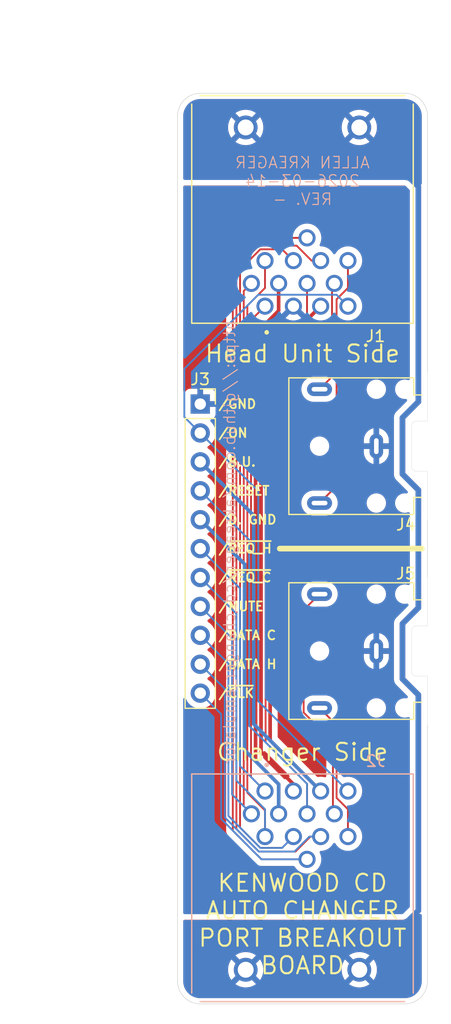
<source format=kicad_pcb>
(kicad_pcb (version 20241229) (generator "pcbnew") (generator_version "9.0")
  (title_block (title "KENWOOD CD AUTOCHANGER BREAKOUT BOARD") (date "2026-03-14") (rev "-"))
  (layers (0 "F.Cu" signal) (2 "B.Cu" signal) (13 "F.Paste" user) (15 "B.Paste" user) (5 "F.SilkS" user "F.Silkscreen") (7 "B.SilkS" user "B.Silkscreen") (1 "F.Mask" user) (3 "B.Mask" user) (25 "Edge.Cuts" user))
  (net 0 "")
  (net 1 "/MUTE")
  (net 2 "/~{REQ_H}")
  (net 3 "/~{CLK}")
  (net 4 "/DATA C")
  (net 5 "/ON")
  (net 6 "/RESET")
  (net 7 "/~{REQ_C}")
  (net 8 "/DATA H")
  (net 9 "/D. GND")
  (net 10 "/B.U.")
  (net 11 "/GND")
  (net 12 "GND1")
  (net 13 "/L_ch_H")
  (net 14 "/R_ch_H")
  (net 15 "/R_ch_C")
  (net 16 "/L_ch_C")
  (footprint "Library:Jack_3.5mm_CUI_SJ1-3523N_Horizontal" (layer "F.Cu") (at 108.5 95 90)
    (property "Reference" "J4" (at -6.9 2.6 180) (layer "F.SilkS"))
    (property "Value" "AudioJack3")
    (fp_line (start 6 -7.7) (end 6 3.3) (stroke (width 0.12)) (layer "F.SilkS"))
    (fp_line (start -6 -7.7) (end 6 -7.7) (stroke (width 0.12)) (layer "F.SilkS"))
    (fp_line (start 6 3.3) (end 4.5 3.3) (stroke (width 0.12)) (layer "F.SilkS"))
    (fp_line (start 4.5 3.3) (end 4.5 4) (stroke (width 0.12)) (layer "F.SilkS"))
    (fp_line (start -4.5 3.3) (end -6 3.3) (stroke (width 0.12)) (layer "F.SilkS"))
    (fp_line (start -6 3.3) (end -6 -7.7) (stroke (width 0.12)) (layer "F.SilkS"))
    (fp_line (start -4.5 4) (end -4.5 3.3) (stroke (width 0.12)) (layer "F.SilkS"))
    (fp_line (start 1.8 3.1) (end -1.8 3.1) (stroke (width 0.0254)) (layer "Edge.Cuts"))
    (fp_line (start 2.2 3.5) (end 2.2 4.5) (stroke (width 0.0254)) (layer "Edge.Cuts"))
    (fp_line (start -2.2 3.5) (end -2.2 4.5) (stroke (width 0.0254)) (layer "Edge.Cuts"))
    (fp_line (start 2.2 4.5) (end 6.5 4.5) (stroke (width 0.0254)) (layer "Edge.Cuts"))
    (fp_line (start -2.2 4.5) (end -6.5 4.5) (stroke (width 0.0254)) (layer "Edge.Cuts"))
    (fp_arc (start 1.8 3.1) (mid 2.082843 3.217157) (end 2.2 3.5) (stroke (width 0.0254)) (layer "Edge.Cuts"))
    (fp_arc (start -2.2 3.5) (mid -2.082843 3.217158) (end -1.8 3.1) (stroke (width 0.0254)) (layer "Edge.Cuts"))
    (pad "" np_thru_hole circle (at -5 0 90) (size 1.2 1.2) (drill 1.2) (layers "*.Cu" "*.Mask"))
    (pad "" np_thru_hole circle (at -5 2.5 90) (size 1.2 1.2) (drill 1.2) (layers "*.Cu" "*.Mask"))
    (pad "" np_thru_hole circle (at 0 -5 90) (size 1.2 1.2) (drill 1.2) (layers "*.Cu" "*.Mask"))
    (pad "" np_thru_hole circle (at 5 0 90) (size 1.2 1.2) (drill 1.2) (layers "*.Cu" "*.Mask"))
    (pad "" np_thru_hole circle (at 5 2.5 90) (size 1.2 1.2) (drill 1.2) (layers "*.Cu" "*.Mask"))
    (pad "R" thru_hole oval (at -5 -5 90) (size 1.2 2.2) (drill oval 0.4 1.4) (layers "*.Cu" "*.Mask") (net 13 "/L_ch_H"))
    (pad "S" thru_hole oval (at 0 0 90) (size 2.2 1.2) (drill oval 1.4 0.4) (layers "*.Cu" "*.Mask") (net 11 "/GND"))
    (pad "T" thru_hole oval (at 5 -5 270) (size 1.2 2.2) (drill oval 0.4 1.4) (layers "*.Cu" "*.Mask") (net 14 "/R_ch_H"))
  )
  (footprint "Library:Jack_3.5mm_CUI_SJ1-3523N_Horizontal" (layer "F.Cu") (at 108.5 113 90)
    (property "Reference" "J5" (at 6.8 2.6 180) (layer "F.SilkS"))
    (property "Value" "AudioJack3")
    (fp_line (start 6 -7.7) (end 6 3.3) (stroke (width 0.12)) (layer "F.SilkS"))
    (fp_line (start -6 -7.7) (end 6 -7.7) (stroke (width 0.12)) (layer "F.SilkS"))
    (fp_line (start 6 3.3) (end 4.5 3.3) (stroke (width 0.12)) (layer "F.SilkS"))
    (fp_line (start 4.5 3.3) (end 4.5 4) (stroke (width 0.12)) (layer "F.SilkS"))
    (fp_line (start -4.5 3.3) (end -6 3.3) (stroke (width 0.12)) (layer "F.SilkS"))
    (fp_line (start -6 3.3) (end -6 -7.7) (stroke (width 0.12)) (layer "F.SilkS"))
    (fp_line (start -4.5 4) (end -4.5 3.3) (stroke (width 0.12)) (layer "F.SilkS"))
    (fp_line (start 1.8 3.1) (end -1.8 3.1) (stroke (width 0.0254)) (layer "Edge.Cuts"))
    (fp_line (start 2.2 3.5) (end 2.2 4.5) (stroke (width 0.0254)) (layer "Edge.Cuts"))
    (fp_line (start -2.2 3.5) (end -2.2 4.5) (stroke (width 0.0254)) (layer "Edge.Cuts"))
    (fp_line (start 2.2 4.5) (end 6.5 4.5) (stroke (width 0.0254)) (layer "Edge.Cuts"))
    (fp_line (start -2.2 4.5) (end -6.5 4.5) (stroke (width 0.0254)) (layer "Edge.Cuts"))
    (fp_arc (start 1.8 3.1) (mid 2.082843 3.217157) (end 2.2 3.5) (stroke (width 0.0254)) (layer "Edge.Cuts"))
    (fp_arc (start -2.2 3.5) (mid -2.082843 3.217158) (end -1.8 3.1) (stroke (width 0.0254)) (layer "Edge.Cuts"))
    (pad "" np_thru_hole circle (at -5 0 90) (size 1.2 1.2) (drill 1.2) (layers "*.Cu" "*.Mask"))
    (pad "" np_thru_hole circle (at -5 2.5 90) (size 1.2 1.2) (drill 1.2) (layers "*.Cu" "*.Mask"))
    (pad "" np_thru_hole circle (at 0 -5 90) (size 1.2 1.2) (drill 1.2) (layers "*.Cu" "*.Mask"))
    (pad "" np_thru_hole circle (at 5 0 90) (size 1.2 1.2) (drill 1.2) (layers "*.Cu" "*.Mask"))
    (pad "" np_thru_hole circle (at 5 2.5 90) (size 1.2 1.2) (drill 1.2) (layers "*.Cu" "*.Mask"))
    (pad "R" thru_hole oval (at -5 -5 90) (size 1.2 2.2) (drill oval 0.4 1.4) (layers "*.Cu" "*.Mask") (net 16 "/L_ch_C"))
    (pad "S" thru_hole oval (at 0 0 90) (size 2.2 1.2) (drill oval 1.4 0.4) (layers "*.Cu" "*.Mask") (net 11 "/GND"))
    (pad "T" thru_hole oval (at 5 -5 270) (size 1.2 2.2) (drill oval 0.4 1.4) (layers "*.Cu" "*.Mask") (net 15 "/R_ch_C"))
  )
  (footprint "Library:CUI_SDD-130J" (layer "F.Cu") (at 102 67 180)
    (property "Reference" "J1" (at -6.425 -18.335 180) (layer "F.SilkS"))
    (property "Value" "SDD-130J")
    (fp_line (start 9.75 -17.2) (end 9.75 2.05) (stroke (width 0.127)) (layer "F.SilkS"))
    (fp_line (start 9 2.8) (end -9 2.8) (stroke (width 0.127)) (layer "F.SilkS"))
    (fp_line (start -9.75 2.05) (end -9.75 -17.2) (stroke (width 0.127)) (layer "F.SilkS"))
    (fp_line (start -9.75 -17.2) (end 9.75 -17.2) (stroke (width 0.127)) (layer "F.SilkS"))
    (fp_circle (center 3.15 -18) (end 3.25 -18) (stroke (width 0.2)) (fill no) (layer "F.SilkS"))
    (pad "1" thru_hole circle (at 3.3 -15.7 180) (size 1.508 1.508) (drill 1) (layers "*.Cu" "*.Mask") (net 2 "/~{REQ_H}"))
    (pad "2" thru_hole circle (at 0.8 -15.7 180) (size 1.508 1.508) (drill 1) (layers "*.Cu" "*.Mask") (net 11 "/GND"))
    (pad "3" thru_hole circle (at -1.6 -15.7 180) (size 1.508 1.508) (drill 1) (layers "*.Cu" "*.Mask") (net 10 "/B.U."))
    (pad "4" thru_hole circle (at -4 -15.7 180) (size 1.508 1.508) (drill 1) (layers "*.Cu" "*.Mask") (net 5 "/ON"))
    (pad "5" thru_hole circle (at 4.5 -13.7 180) (size 1.508 1.508) (drill 1) (layers "*.Cu" "*.Mask") (net 1 "/MUTE"))
    (pad "6" thru_hole circle (at 2.1 -13.7 180) (size 1.508 1.508) (drill 1) (layers "*.Cu" "*.Mask") (net 9 "/D. GND"))
    (pad "7" thru_hole circle (at -0.4 -13.7 180) (size 1.508 1.508) (drill 1) (layers "*.Cu" "*.Mask") (net 6 "/RESET"))
    (pad "8" thru_hole circle (at -2.8 -13.7 180) (size 1.508 1.508) (drill 1) (layers "*.Cu" "*.Mask") (net 14 "/R_ch_H"))
    (pad "9" thru_hole circle (at 3.3 -11.7 180) (size 1.508 1.508) (drill 1) (layers "*.Cu" "*.Mask") (net 7 "/~{REQ_C}"))
    (pad "10" thru_hole circle (at 0.8 -11.7 180) (size 1.508 1.508) (drill 1) (layers "*.Cu" "*.Mask") (net 4 "/DATA C"))
    (pad "11" thru_hole circle (at -1.6 -11.7 180) (size 1.508 1.508) (drill 1) (layers "*.Cu" "*.Mask") (net 8 "/DATA H"))
    (pad "12" thru_hole circle (at -4 -11.7 180) (size 1.508 1.508) (drill 1) (layers "*.Cu" "*.Mask") (net 13 "/L_ch_H"))
    (pad "13" thru_hole circle (at -0.4 -9.7 180) (size 1.508 1.508) (drill 1) (layers "*.Cu" "*.Mask") (net 3 "/~{CLK}"))
    (pad "E1" thru_hole circle (at -5 0 180) (size 2.1 2.1) (drill 1.4) (layers "*.Cu" "*.Mask") (net 12 "GND1"))
    (pad "E2" thru_hole circle (at 5 0 180) (size 2.1 2.1) (drill 1.4) (layers "*.Cu" "*.Mask") (net 12 "GND1"))
  )
  (footprint "Library:PinSocket_1x11_P2.54mm_Vertical" (layer "F.Cu") (at 93 104)
    (property "Reference" "J3" (at 0 -14.87 0) (layer "F.SilkS"))
    (property "Value" "Test Points")
    (fp_line (start -1.33 -11.43) (end -1.33 14.03) (stroke (width 0.12)) (layer "F.SilkS"))
    (fp_line (start -1.33 -11.43) (end 1.33 -11.43) (stroke (width 0.12)) (layer "F.SilkS"))
    (fp_line (start -1.33 14.03) (end 1.33 14.03) (stroke (width 0.12)) (layer "F.SilkS"))
    (fp_line (start 0 -14.03) (end 1.33 -14.03) (stroke (width 0.12)) (layer "F.SilkS"))
    (fp_line (start 1.33 -14.03) (end 1.33 -12.7) (stroke (width 0.12)) (layer "F.SilkS"))
    (fp_line (start 1.33 -11.43) (end 1.33 14.03) (stroke (width 0.12)) (layer "F.SilkS"))
    (fp_text user "${NET_NAME(8)}" (at 1.524 5.08 0) (layer "F.SilkS") (effects (font (size 0.8 0.8) (thickness 0.16) (bold yes)) (justify left)))
    (fp_text user "${NET_NAME(1)}" (at 1.524 -12.7 0) (layer "F.SilkS") (effects (font (size 0.8 0.8) (thickness 0.16) (bold yes)) (justify left)))
    (fp_text user "${NET_NAME(3)}" (at 1.524 -7.62 0) (layer "F.SilkS") (effects (font (size 0.8 0.8) (thickness 0.16) (bold yes)) (justify left)))
    (fp_text user "${NET_NAME(4)}" (at 1.524 -5.08 0) (layer "F.SilkS") (effects (font (size 0.8 0.8) (thickness 0.16) (bold yes)) (justify left)))
    (fp_text user "${NET_NAME(5)}" (at 1.524 -2.54 0) (layer "F.SilkS") (effects (font (size 0.8 0.8) (thickness 0.16) (bold yes)) (justify left)))
    (fp_text user "${NET_NAME(2)}" (at 1.524 -10.16 0) (layer "F.SilkS") (effects (font (size 0.8 0.8) (thickness 0.16) (bold yes)) (justify left)))
    (fp_text user "${NET_NAME(11)}" (at 1.524 12.7 0) (layer "F.SilkS") (effects (font (size 0.8 0.8) (thickness 0.16) (bold yes)) (justify left)))
    (fp_text user "${NET_NAME(7)}" (at 1.524 2.54 0) (layer "F.SilkS") (effects (font (size 0.8 0.8) (thickness 0.16) (bold yes)) (justify left)))
    (fp_text user "${NET_NAME(9)}" (at 1.524 7.62 0) (layer "F.SilkS") (effects (font (size 0.8 0.8) (thickness 0.16) (bold yes)) (justify left)))
    (fp_text user "${NET_NAME(10)}" (at 1.524 10.16 0) (layer "F.SilkS") (effects (font (size 0.8 0.8) (thickness 0.16) (bold yes)) (justify left)))
    (fp_text user "${NET_NAME(6)}" (at 1.524 0 0) (layer "F.SilkS") (effects (font (size 0.8 0.8) (thickness 0.16) (bold yes)) (justify left)))
    (pad "1" thru_hole rect (at 0 -12.7) (size 1.7 1.7) (drill 1) (layers "*.Cu" "*.Mask") (net 11 "/GND"))
    (pad "2" thru_hole circle (at 0 -10.16) (size 1.7 1.7) (drill 1) (layers "*.Cu" "*.Mask") (net 5 "/ON"))
    (pad "3" thru_hole circle (at 0 -7.62) (size 1.7 1.7) (drill 1) (layers "*.Cu" "*.Mask") (net 10 "/B.U."))
    (pad "4" thru_hole circle (at 0 -5.08) (size 1.7 1.7) (drill 1) (layers "*.Cu" "*.Mask") (net 6 "/RESET"))
    (pad "5" thru_hole circle (at 0 -2.54) (size 1.7 1.7) (drill 1) (layers "*.Cu" "*.Mask") (net 9 "/D. GND"))
    (pad "6" thru_hole circle (at 0 0) (size 1.7 1.7) (drill 1) (layers "*.Cu" "*.Mask") (net 2 "/~{REQ_H}"))
    (pad "7" thru_hole circle (at 0 2.54) (size 1.7 1.7) (drill 1) (layers "*.Cu" "*.Mask") (net 7 "/~{REQ_C}"))
    (pad "8" thru_hole circle (at 0 5.08) (size 1.7 1.7) (drill 1) (layers "*.Cu" "*.Mask") (net 1 "/MUTE"))
    (pad "9" thru_hole circle (at 0 7.62) (size 1.7 1.7) (drill 1) (layers "*.Cu" "*.Mask") (net 4 "/DATA C"))
    (pad "10" thru_hole circle (at 0 10.16) (size 1.7 1.7) (drill 1) (layers "*.Cu" "*.Mask") (net 8 "/DATA H"))
    (pad "11" thru_hole circle (at 0 12.7) (size 1.7 1.7) (drill 1) (layers "*.Cu" "*.Mask") (net 3 "/~{CLK}"))
  )
  (footprint "Library:CUI_SDD-130J" (layer "B.Cu") (at 102 141 180)
    (property "Reference" "J2" (at -6.425 18.335 0) (layer "B.SilkS") (effects (justify mirror)))
    (property "Value" "SDD-130J")
    (fp_line (start 9.75 17.2) (end 9.75 -2.05) (stroke (width 0.127)) (layer "B.SilkS"))
    (fp_line (start 9 -2.8) (end -9 -2.8) (stroke (width 0.127)) (layer "B.SilkS"))
    (fp_line (start -9.75 17.2) (end 9.75 17.2) (stroke (width 0.127)) (layer "B.SilkS"))
    (fp_line (start -9.75 -2.05) (end -9.75 17.2) (stroke (width 0.127)) (layer "B.SilkS"))
    (fp_circle (center 3.15 18) (end 3.25 18) (stroke (width 0.2)) (fill no) (layer "B.SilkS"))
    (pad "1" thru_hole circle (at 3.3 15.7 180) (size 1.508 1.508) (drill 1) (layers "*.Cu" "*.Mask") (net 2 "/~{REQ_H}"))
    (pad "2" thru_hole circle (at 0.8 15.7 180) (size 1.508 1.508) (drill 1) (layers "*.Cu" "*.Mask") (net 11 "/GND"))
    (pad "3" thru_hole circle (at -1.6 15.7 180) (size 1.508 1.508) (drill 1) (layers "*.Cu" "*.Mask") (net 10 "/B.U."))
    (pad "4" thru_hole circle (at -4 15.7 180) (size 1.508 1.508) (drill 1) (layers "*.Cu" "*.Mask") (net 5 "/ON"))
    (pad "5" thru_hole circle (at 4.5 13.7 180) (size 1.508 1.508) (drill 1) (layers "*.Cu" "*.Mask") (net 1 "/MUTE"))
    (pad "6" thru_hole circle (at 2.1 13.7 180) (size 1.508 1.508) (drill 1) (layers "*.Cu" "*.Mask") (net 9 "/D. GND"))
    (pad "7" thru_hole circle (at -0.4 13.7 180) (size 1.508 1.508) (drill 1) (layers "*.Cu" "*.Mask") (net 6 "/RESET"))
    (pad "8" thru_hole circle (at -2.8 13.7 180) (size 1.508 1.508) (drill 1) (layers "*.Cu" "*.Mask") (net 15 "/R_ch_C"))
    (pad "9" thru_hole circle (at 3.3 11.7 180) (size 1.508 1.508) (drill 1) (layers "*.Cu" "*.Mask") (net 7 "/~{REQ_C}"))
    (pad "10" thru_hole circle (at 0.8 11.7 180) (size 1.508 1.508) (drill 1) (layers "*.Cu" "*.Mask") (net 4 "/DATA C"))
    (pad "11" thru_hole circle (at -1.6 11.7 180) (size 1.508 1.508) (drill 1) (layers "*.Cu" "*.Mask") (net 8 "/DATA H"))
    (pad "12" thru_hole circle (at -4 11.7 180) (size 1.508 1.508) (drill 1) (layers "*.Cu" "*.Mask") (net 16 "/L_ch_C"))
    (pad "13" thru_hole circle (at -0.4 9.7 180) (size 1.508 1.508) (drill 1) (layers "*.Cu" "*.Mask") (net 3 "/~{CLK}"))
    (pad "E1" thru_hole circle (at -5 0 180) (size 2.1 2.1) (drill 1.4) (layers "*.Cu" "*.Mask") (net 12 "GND1"))
    (pad "E2" thru_hole circle (at 5 0 180) (size 2.1 2.1) (drill 1.4) (layers "*.Cu" "*.Mask") (net 12 "GND1"))
  )
  (gr_line (start 100 104) (end 112.5 104) (stroke (width 0.5)) (layer "F.SilkS"))
  (gr_line (start 113 101.5) (end 113 106.499999) (stroke (width 0.05)) (layer "Edge.Cuts"))
  (gr_line (start 113 88.5) (end 113 66) (stroke (width 0.05)) (layer "Edge.Cuts"))
  (gr_arc (start 91 66) (mid 91.585786 64.585786) (end 93 64) (stroke (width 0.05)) (layer "Edge.Cuts"))
  (gr_line (start 91 142) (end 91 66) (stroke (width 0.05)) (layer "Edge.Cuts"))
  (gr_arc (start 111 64) (mid 112.414214 64.585786) (end 113 66) (stroke (width 0.05)) (layer "Edge.Cuts"))
  (gr_arc (start 113 142) (mid 112.414214 143.414214) (end 111 144) (stroke (width 0.05)) (layer "Edge.Cuts"))
  (gr_line (start 111 144) (end 93 144) (stroke (width 0.05)) (layer "Edge.Cuts"))
  (gr_arc (start 93 144) (mid 91.585786 143.414214) (end 91 142) (stroke (width 0.05)) (layer "Edge.Cuts"))
  (gr_line (start 113 119.500001) (end 113 142) (stroke (width 0.05)) (layer "Edge.Cuts"))
  (gr_line (start 93 64) (end 111 64) (stroke (width 0.05)) (layer "Edge.Cuts"))
  (gr_text "Changer Side" (at 102 121 0) (layer "F.SilkS") (effects (font (size 1.5 1.5) (thickness 0.1875)) (justify top)))
  (gr_text "Head Unit Side" (at 102 86 0) (layer "F.SilkS") (effects (font (size 1.5 1.5) (thickness 0.1875)) (justify top)))
  (gr_text "KENWOOD CD\nAUTO CHANGER\nPORT BREAKOUT\nBOARD" (at 102 132.5 0) (layer "F.SilkS") (effects (font (size 1.5 1.5) (thickness 0.1875)) (justify top)))
  (gr_text "ALLEN KREAGER\n${ISSUE_DATE}\nREV. ${REVISION}" (at 102 69.5 0) (layer "B.SilkS") (effects (font (size 1 1) (thickness 0.1)) (justify top mirror)))
  (gr_text "https://github.com/akreager/cd_changer_emulator" (at 95 123 90) (layer "B.SilkS") (effects (font (size 1 1) (thickness 0.1)) (justify right top mirror)))
  (segment (start 96.826 81.374) (end 97.5 80.7) (width 0.16) (layer "F.Cu") (net 1))
  (segment (start 97.5 127.3) (end 96.826 126.626) (width 0.16) (layer "F.Cu") (net 1))
  (segment (start 96.826 126.626) (end 96.826 81.374) (width 0.16) (layer "F.Cu") (net 1))
  (segment (start 95.8 125.6) (end 97.5 127.3) (width 0.16) (layer "B.Cu") (net 1))
  (segment (start 93 109.079999) (end 95.8 111.879999) (width 0.16) (layer "B.Cu") (net 1))
  (segment (start 95.8 111.879999) (end 95.8 125.6) (width 0.16) (layer "B.Cu") (net 1))
  (segment (start 97.468 124.068) (end 98.7 125.3) (width 0.16) (layer "F.Cu") (net 2))
  (segment (start 97.468 83.932) (end 97.468 124.068) (width 0.16) (layer "F.Cu") (net 2))
  (segment (start 98.7 82.7) (end 97.468 83.932) (width 0.16) (layer "F.Cu") (net 2))
  (segment (start 96.5 123.1) (end 96.5 107.5) (width 0.16) (layer "B.Cu") (net 2))
  (segment (start 98.7 125.3) (end 96.5 123.1) (width 0.16) (layer "B.Cu") (net 2))
  (segment (start 96.5 107.5) (end 93 104) (width 0.16) (layer "B.Cu") (net 2))
  (segment (start 95.863 128.778068) (end 98.384932 131.3) (width 0.16) (layer "F.Cu") (net 3))
  (segment (start 95.863 79.221933) (end 95.863 128.778068) (width 0.16) (layer "F.Cu") (net 3))
  (segment (start 98.384933 76.7) (end 95.863 79.221933) (width 0.16) (layer "F.Cu") (net 3))
  (segment (start 102.4 76.7) (end 98.384933 76.7) (width 0.16) (layer "F.Cu") (net 3))
  (segment (start 98.384932 131.3) (end 102.4 131.3) (width 0.16) (layer "F.Cu") (net 3))
  (segment (start 97.063 129.978068) (end 98.021932 130.937) (width 0.16) (layer "B.Cu") (net 3))
  (segment (start 97.063 129.970924) (end 97.063 129.978068) (width 0.16) (layer "B.Cu") (net 3))
  (segment (start 98.4 131.3) (end 102.4 131.3) (width 0.16) (layer "B.Cu") (net 3))
  (segment (start 98.037 130.937) (end 98.4 131.3) (width 0.16) (layer "B.Cu") (net 3))
  (segment (start 94.837 118.537) (end 94.837 127.744924) (width 0.16) (layer "B.Cu") (net 3))
  (segment (start 98.021932 130.937) (end 98.037 130.937) (width 0.16) (layer "B.Cu") (net 3))
  (segment (start 94.837 127.744924) (end 97.063 129.970924) (width 0.16) (layer "B.Cu") (net 3))
  (segment (start 93 116.7) (end 94.837 118.537) (width 0.16) (layer "B.Cu") (net 3))
  (segment (start 100.205 77.705) (end 98.287857 77.705) (width 0.16) (layer "F.Cu") (net 4))
  (segment (start 98.287857 130.295) (end 100.205 130.295) (width 0.16) (layer "F.Cu") (net 4))
  (segment (start 98.287857 77.705) (end 96.505 79.487857) (width 0.16) (layer "F.Cu") (net 4))
  (segment (start 101.2 78.7) (end 100.205 77.705) (width 0.16) (layer "F.Cu") (net 4))
  (segment (start 100.205 130.295) (end 101.2 129.3) (width 0.16) (layer "F.Cu") (net 4))
  (segment (start 96.505 128.512143) (end 98.287857 130.295) (width 0.16) (layer "F.Cu") (net 4))
  (segment (start 96.505 79.487857) (end 96.505 128.512143) (width 0.16) (layer "F.Cu") (net 4))
  (segment (start 100.205 130.295) (end 98.287857 130.295) (width 0.16) (layer "B.Cu") (net 4))
  (segment (start 97.705 129.705) (end 95.479 127.479) (width 0.16) (layer "B.Cu") (net 4))
  (segment (start 98.287857 130.295) (end 97.705 129.712143) (width 0.16) (layer "B.Cu") (net 4))
  (segment (start 97.705 129.712143) (end 97.705 129.705) (width 0.16) (layer "B.Cu") (net 4))
  (segment (start 95.479 127.479) (end 95.479 114.099) (width 0.16) (layer "B.Cu") (net 4))
  (segment (start 101.2 129.3) (end 100.205 130.295) (width 0.16) (layer "B.Cu") (net 4))
  (segment (start 95.479 114.099) (end 93 111.62) (width 0.16) (layer "B.Cu") (net 4))
  (segment (start 98.104 98.944) (end 98.104 117.404) (width 0.16) (layer "B.Cu") (net 5))
  (segment (start 91.6 92.44) (end 93 93.84) (width 0.16) (layer "B.Cu") (net 5))
  (segment (start 93 93.84) (end 98.104 98.944) (width 0.16) (layer "B.Cu") (net 5))
  (segment (start 106 82.7) (end 104.995 81.695) (width 0.16) (layer "B.Cu") (net 5))
  (segment (start 98.104 117.404) (end 106 125.3) (width 0.16) (layer "B.Cu") (net 5))
  (segment (start 104.995 81.695) (end 98.105 81.695) (width 0.16) (layer "B.Cu") (net 5))
  (segment (start 91.6 88.2) (end 91.6 92.44) (width 0.16) (layer "B.Cu") (net 5))
  (segment (start 98.105 81.695) (end 91.6 88.2) (width 0.16) (layer "B.Cu") (net 5))
  (segment (start 98.751 121.0181) (end 98.751 86.9819) (width 0.16) (layer "F.Cu") (net 6))
  (segment (start 102.4 124.6671) (end 98.751 121.0181) (width 0.16) (layer "F.Cu") (net 6))
  (segment (start 98.751 86.9819) (end 102.4 83.3329) (width 0.16) (layer "F.Cu") (net 6))
  (segment (start 102.4 127.3) (end 102.4 124.6671) (width 0.16) (layer "F.Cu") (net 6))
  (segment (start 102.4 83.3329) (end 102.4 80.7) (width 0.16) (layer "F.Cu") (net 6))
  (segment (start 102.4 127.3) (end 102.4 124.6671) (width 0.16) (layer "B.Cu") (net 6))
  (segment (start 97.302 119.5691) (end 97.302 103.222001) (width 0.16) (layer "B.Cu") (net 6))
  (segment (start 97.302 103.222001) (end 93 98.920001) (width 0.16) (layer "B.Cu") (net 6))
  (segment (start 102.4 124.6671) (end 97.302 119.5691) (width 0.16) (layer "B.Cu") (net 6))
  (segment (start 97.147 82.656572) (end 98.7 81.103572) (width 0.16) (layer "F.Cu") (net 7))
  (segment (start 98.7 127) (end 97.147 125.447) (width 0.16) (layer "F.Cu") (net 7))
  (segment (start 98.7 81.103572) (end 98.7 78.7) (width 0.16) (layer "F.Cu") (net 7))
  (segment (start 98.7 129.3) (end 98.7 127) (width 0.16) (layer "F.Cu") (net 7))
  (segment (start 97.147 125.447) (end 97.147 82.656572) (width 0.16) (layer "F.Cu") (net 7))
  (segment (start 96.179 109.719) (end 93 106.54) (width 0.16) (layer "B.Cu") (net 7))
  (segment (start 96.179 124.375428) (end 96.179 109.719) (width 0.16) (layer "B.Cu") (net 7))
  (segment (start 98.7 126.896428) (end 96.179 124.375428) (width 0.16) (layer "B.Cu") (net 7))
  (segment (start 98.7 129.3) (end 98.7 126.896428) (width 0.16) (layer "B.Cu") (net 7))
  (segment (start 96.184 79.354895) (end 98.154895 77.384) (width 0.16) (layer "F.Cu") (net 8))
  (segment (start 101.384 130.616) (end 98.154895 130.616) (width 0.16) (layer "F.Cu") (net 8))
  (segment (start 102.8 78.7) (end 103.6 78.7) (width 0.16) (layer "F.Cu") (net 8))
  (segment (start 98.154895 130.616) (end 96.184 128.645105) (width 0.16) (layer "F.Cu") (net 8))
  (segment (start 103.6 129.3) (end 102.7 129.3) (width 0.16) (layer "F.Cu") (net 8))
  (segment (start 98.154895 77.384) (end 101.484 77.384) (width 0.16) (layer "F.Cu") (net 8))
  (segment (start 102.7 129.3) (end 101.384 130.616) (width 0.16) (layer "F.Cu") (net 8))
  (segment (start 96.184 128.645105) (end 96.184 79.354895) (width 0.16) (layer "F.Cu") (net 8))
  (segment (start 101.484 77.384) (end 102.8 78.7) (width 0.16) (layer "F.Cu") (net 8))
  (segment (start 102.607143 129.3) (end 101.291143 130.616) (width 0.16) (layer "B.Cu") (net 8))
  (segment (start 97.384 129.837962) (end 95.158 127.611962) (width 0.16) (layer "B.Cu") (net 8))
  (segment (start 98.154894 130.616) (end 97.384 129.845105) (width 0.16) (layer "B.Cu") (net 8))
  (segment (start 97.384 129.845105) (end 97.384 129.837962) (width 0.16) (layer "B.Cu") (net 8))
  (segment (start 95.158 127.611962) (end 95.158 116.318) (width 0.16) (layer "B.Cu") (net 8))
  (segment (start 101.291143 130.616) (end 98.154894 130.616) (width 0.16) (layer "B.Cu") (net 8))
  (segment (start 103.6 129.3) (end 102.607143 129.3) (width 0.16) (layer "B.Cu") (net 8))
  (segment (start 95.158 116.318) (end 93 114.16) (width 0.16) (layer "B.Cu") (net 8))
  (segment (start 99.9 80.7) (end 99.8 80.8) (width 0.3) (layer "F.Cu") (net 9))
  (segment (start 97.869 122.669) (end 99.9 124.7) (width 0.32) (layer "F.Cu") (net 9))
  (segment (start 99.9 83.1) (end 97.869 85.131) (width 0.32) (layer "F.Cu") (net 9))
  (segment (start 99.9 80.7) (end 99.9 83.1) (width 0.32) (layer "F.Cu") (net 9))
  (segment (start 99.9 124.7) (end 99.9 127.3) (width 0.32) (layer "F.Cu") (net 9))
  (segment (start 97.869 85.131) (end 97.869 122.669) (width 0.32) (layer "F.Cu") (net 9))
  (segment (start 96.901 121.701) (end 96.901 105.361) (width 0.32) (layer "B.Cu") (net 9))
  (segment (start 99.9 127.3) (end 99.9 124.7) (width 0.32) (layer "B.Cu") (net 9))
  (segment (start 99.9 124.7) (end 96.901 121.701) (width 0.32) (layer "B.Cu") (net 9))
  (segment (start 96.901 105.361) (end 93 101.46) (width 0.32) (layer "B.Cu") (net 9))
  (segment (start 99.152 120.852) (end 99.152 87.148) (width 0.32) (layer "F.Cu") (net 10))
  (segment (start 99.152 87.148) (end 103.6 82.7) (width 0.32) (layer "F.Cu") (net 10))
  (segment (start 103.6 125.3) (end 99.152 120.852) (width 0.32) (layer "F.Cu") (net 10))
  (segment (start 97.703 101.083) (end 97.703 119.403) (width 0.32) (layer "B.Cu") (net 10))
  (segment (start 93 96.38) (end 97.703 101.083) (width 0.32) (layer "B.Cu") (net 10))
  (segment (start 97.703 119.403) (end 103.6 125.3) (width 0.32) (layer "B.Cu") (net 10))
  (segment (start 101.2 124.7) (end 101.2 125.3) (width 0.32) (layer "F.Cu") (net 11))
  (segment (start 98.35 121.85) (end 101.2 124.7) (width 0.32) (layer "F.Cu") (net 11))
  (segment (start 98.35 85.55) (end 98.35 121.85) (width 0.32) (layer "F.Cu") (net 11))
  (segment (start 101.2 82.7) (end 98.35 85.55) (width 0.32) (layer "F.Cu") (net 11))
  (segment (start 112.2 98.85) (end 112.2 109.2) (width 0.5) (layer "F.Cu") (net 12))
  (segment (start 112.2 116.85) (end 112.2 135.8) (width 0.5) (layer "F.Cu") (net 12))
  (segment (start 110.8 92.5) (end 110.8 97.45) (width 0.5) (layer "F.Cu") (net 12))
  (segment (start 110.8 115.45) (end 112.2 116.85) (width 0.5) (layer "F.Cu") (net 12))
  (segment (start 110.8 110.6) (end 110.8 115.45) (width 0.5) (layer "F.Cu") (net 12))
  (segment (start 112.2 91.1) (end 110.8 92.5) (width 0.5) (layer "F.Cu") (net 12))
  (segment (start 112.2 135.8) (end 107 141) (width 0.5) (layer "F.Cu") (net 12))
  (segment (start 107 67) (end 112.2 72.2) (width 0.5) (layer "F.Cu") (net 12))
  (segment (start 110.8 97.45) (end 112.2 98.85) (width 0.5) (layer "F.Cu") (net 12))
  (segment (start 112.2 72.2) (end 112.2 91.1) (width 0.5) (layer "F.Cu") (net 12))
  (segment (start 112.2 109.2) (end 110.8 110.6) (width 0.5) (layer "F.Cu") (net 12))
  (segment (start 112.2 116.85) (end 112.2 135.8) (width 0.5) (layer "B.Cu") (net 12))
  (segment (start 110.8 110.6) (end 110.8 115.45) (width 0.5) (layer "B.Cu") (net 12))
  (segment (start 107 67) (end 112.2 72.2) (width 0.5) (layer "B.Cu") (net 12))
  (segment (start 112.2 98.85) (end 112.2 109.2) (width 0.5) (layer "B.Cu") (net 12))
  (segment (start 112.2 135.8) (end 107 141) (width 0.5) (layer "B.Cu") (net 12))
  (segment (start 112.2 91.1) (end 110.8 92.5) (width 0.5) (layer "B.Cu") (net 12))
  (segment (start 110.8 97.45) (end 112.2 98.85) (width 0.5) (layer "B.Cu") (net 12))
  (segment (start 112.2 72.2) (end 112.2 91.1) (width 0.5) (layer "B.Cu") (net 12))
  (segment (start 110.8 115.45) (end 112.2 116.85) (width 0.5) (layer "B.Cu") (net 12))
  (segment (start 110.8 92.5) (end 110.8 97.45) (width 0.5) (layer "B.Cu") (net 12))
  (segment (start 112.2 109.2) (end 110.8 110.6) (width 0.5) (layer "B.Cu") (net 12))
  (segment (start 105 82.1) (end 106 81.1) (width 0.16) (layer "F.Cu") (net 13))
  (segment (start 103.5 100) (end 105 98.5) (width 0.16) (layer "F.Cu") (net 13))
  (segment (start 105 98.5) (end 105 82.1) (width 0.16) (layer "F.Cu") (net 13))
  (segment (start 106 81.1) (end 106 78.7) (width 0.16) (layer "F.Cu") (net 13))
  (segment (start 104.6 80.9) (end 104.8 80.7) (width 0.16) (layer "F.Cu") (net 14))
  (segment (start 104.6 88.9) (end 104.6 80.9) (width 0.16) (layer "F.Cu") (net 14))
  (segment (start 103.5 90) (end 104.6 88.9) (width 0.16) (layer "F.Cu") (net 14))
  (segment (start 104.679 127.179) (end 104.679 120.979) (width 0.16) (layer "F.Cu") (net 15))
  (segment (start 102.1 118.4) (end 102.1 109.4) (width 0.16) (layer "F.Cu") (net 15))
  (segment (start 102.1 109.4) (end 103.5 108) (width 0.16) (layer "F.Cu") (net 15))
  (segment (start 104.679 120.979) (end 102.1 118.4) (width 0.16) (layer "F.Cu") (net 15))
  (segment (start 104.8 127.3) (end 104.679 127.179) (width 0.16) (layer "F.Cu") (net 15))
  (segment (start 106 126.9) (end 105 125.9) (width 0.16) (layer "F.Cu") (net 16))
  (segment (start 106 129.3) (end 106 126.9) (width 0.16) (layer "F.Cu") (net 16))
  (segment (start 105 119.5) (end 103.5 118) (width 0.16) (layer "F.Cu") (net 16))
  (segment (start 105 125.9) (end 105 119.5) (width 0.16) (layer "F.Cu") (net 16))
  (zone (net 11) (net_name "/GND") (layer "F.Cu") (priority 1) (connect_pads (clearance 0.5)) (min_thickness 0.25) (fill yes (thermal_gap 0.5) (thermal_bridge_width 0.5) (smoothing fillet) (radius 0.5))
    (polygon (pts (xy 90.5 72.1) (xy 113.5 72.1) (xy 113.5 136.1) (xy 90.5 136.1)))
  )
  (zone (net 12) (net_name "GND1") (layers "F.Cu" "B.Cu") (connect_pads (clearance 0.5)) (min_thickness 0.25) (fill yes (thermal_gap 0.5) (thermal_bridge_width 0.5))
    (polygon (pts (xy 90.5 136.1) (xy 113.5 136.1) (xy 113.5 143.95) (xy 90.5 143.95)))
  )
  (zone (net 12) (net_name "GND1") (layers "F.Cu" "B.Cu") (connect_pads (clearance 0.5)) (min_thickness 0.25) (fill yes (thermal_gap 0.5) (thermal_bridge_width 0.5))
    (polygon (pts (xy 90.5 64.05) (xy 113.5 64.05) (xy 113.5 72.05) (xy 90.5 72.05)))
  )
  (zone (net 11) (net_name "/GND") (layer "B.Cu") (priority 1) (connect_pads (clearance 0.5)) (min_thickness 0.25) (fill yes (thermal_gap 0.5) (thermal_bridge_width 0.5) (smoothing fillet) (radius 0.5))
    (polygon (pts (xy 90.5 72.118174) (xy 113.5 72.118174) (xy 113.5 136.118174) (xy 90.5 136.118174)))
  )
)
</source>
